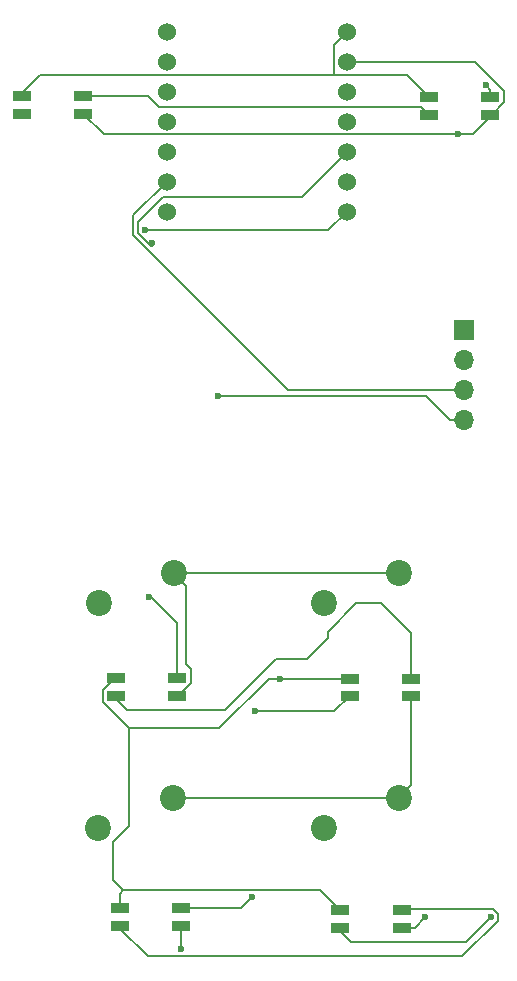
<source format=gbr>
%TF.GenerationSoftware,KiCad,Pcbnew,9.0.3*%
%TF.CreationDate,2026-01-29T20:12:37-03:00*%
%TF.ProjectId,hackpad,6861636b-7061-4642-9e6b-696361645f70,rev?*%
%TF.SameCoordinates,Original*%
%TF.FileFunction,Copper,L2,Bot*%
%TF.FilePolarity,Positive*%
%FSLAX46Y46*%
G04 Gerber Fmt 4.6, Leading zero omitted, Abs format (unit mm)*
G04 Created by KiCad (PCBNEW 9.0.3) date 2026-01-29 20:12:37*
%MOMM*%
%LPD*%
G01*
G04 APERTURE LIST*
G04 Aperture macros list*
%AMRoundRect*
0 Rectangle with rounded corners*
0 $1 Rounding radius*
0 $2 $3 $4 $5 $6 $7 $8 $9 X,Y pos of 4 corners*
0 Add a 4 corners polygon primitive as box body*
4,1,4,$2,$3,$4,$5,$6,$7,$8,$9,$2,$3,0*
0 Add four circle primitives for the rounded corners*
1,1,$1+$1,$2,$3*
1,1,$1+$1,$4,$5*
1,1,$1+$1,$6,$7*
1,1,$1+$1,$8,$9*
0 Add four rect primitives between the rounded corners*
20,1,$1+$1,$2,$3,$4,$5,0*
20,1,$1+$1,$4,$5,$6,$7,0*
20,1,$1+$1,$6,$7,$8,$9,0*
20,1,$1+$1,$8,$9,$2,$3,0*%
G04 Aperture macros list end*
%TA.AperFunction,ComponentPad*%
%ADD10R,1.700000X1.700000*%
%TD*%
%TA.AperFunction,ComponentPad*%
%ADD11O,1.700000X1.700000*%
%TD*%
%TA.AperFunction,SMDPad,CuDef*%
%ADD12RoundRect,0.082000X-0.718000X0.328000X-0.718000X-0.328000X0.718000X-0.328000X0.718000X0.328000X0*%
%TD*%
%TA.AperFunction,ComponentPad*%
%ADD13C,2.200000*%
%TD*%
%TA.AperFunction,ComponentPad*%
%ADD14C,1.524000*%
%TD*%
%TA.AperFunction,ViaPad*%
%ADD15C,0.600000*%
%TD*%
%TA.AperFunction,Conductor*%
%ADD16C,0.200000*%
%TD*%
G04 APERTURE END LIST*
D10*
%TO.P,J1,1,Pin_1*%
%TO.N,GND*%
X169490000Y-79305000D03*
D11*
%TO.P,J1,2,Pin_2*%
%TO.N,3V3*%
X169490000Y-81845000D03*
%TO.P,J1,3,Pin_3*%
%TO.N,I2C_SCL*%
X169490000Y-84385000D03*
%TO.P,J1,4,Pin_4*%
%TO.N,I2C_SDA*%
X169490000Y-86925000D03*
%TD*%
D12*
%TO.P,D1,1,VDD*%
%TO.N,+5V*%
X140050001Y-108747158D03*
%TO.P,D1,2,DOUT*%
%TO.N,Net-(D1-DOUT)*%
X140050001Y-110247158D03*
%TO.P,D1,3,VSS*%
%TO.N,GND*%
X145250001Y-110247158D03*
%TO.P,D1,4,DIN*%
%TO.N,Net-(D1-DIN)*%
X145250001Y-108747158D03*
%TD*%
D13*
%TO.P,SW4,1,1*%
%TO.N,GND*%
X163975000Y-118885000D03*
%TO.P,SW4,2,2*%
%TO.N,Net-(U1-GPIO3{slash}MOSI)*%
X157625000Y-121425000D03*
%TD*%
D12*
%TO.P,D2,1,VDD*%
%TO.N,+5V*%
X159837501Y-108799958D03*
%TO.P,D2,2,DOUT*%
%TO.N,Net-(D2-DOUT)*%
X159837501Y-110299958D03*
%TO.P,D2,3,VSS*%
%TO.N,GND*%
X165037501Y-110299958D03*
%TO.P,D2,4,DIN*%
%TO.N,Net-(D1-DOUT)*%
X165037501Y-108799958D03*
%TD*%
%TO.P,D6,1,VDD*%
%TO.N,+5V*%
X132075001Y-59474958D03*
%TO.P,D6,2,DOUT*%
%TO.N,unconnected-(D6-DOUT-Pad2)*%
X132075001Y-60974958D03*
%TO.P,D6,3,VSS*%
%TO.N,GND*%
X137275001Y-60974958D03*
%TO.P,D6,4,DIN*%
%TO.N,Net-(D5-DOUT)*%
X137275001Y-59474958D03*
%TD*%
%TO.P,D4,1,VDD*%
%TO.N,+5V*%
X159037501Y-128399958D03*
%TO.P,D4,2,DOUT*%
%TO.N,Net-(D4-DOUT)*%
X159037501Y-129899958D03*
%TO.P,D4,3,VSS*%
%TO.N,GND*%
X164237501Y-129899958D03*
%TO.P,D4,4,DIN*%
%TO.N,Net-(D3-DOUT)*%
X164237501Y-128399958D03*
%TD*%
D13*
%TO.P,SW1,1,1*%
%TO.N,GND*%
X144925000Y-99885000D03*
%TO.P,SW1,2,2*%
%TO.N,Net-(U1-GPIO1{slash}RX)*%
X138575000Y-102425000D03*
%TD*%
D12*
%TO.P,D5,1,VDD*%
%TO.N,+5V*%
X166550001Y-59549958D03*
%TO.P,D5,2,DOUT*%
%TO.N,Net-(D5-DOUT)*%
X166550001Y-61049958D03*
%TO.P,D5,3,VSS*%
%TO.N,GND*%
X171750001Y-61049958D03*
%TO.P,D5,4,DIN*%
%TO.N,Net-(D4-DOUT)*%
X171750001Y-59549958D03*
%TD*%
D13*
%TO.P,SW3,1,1*%
%TO.N,GND*%
X144910000Y-118915000D03*
%TO.P,SW3,2,2*%
%TO.N,Net-(U1-GPIO4{slash}MISO)*%
X138560000Y-121455000D03*
%TD*%
%TO.P,SW2,1,1*%
%TO.N,GND*%
X163975000Y-99885000D03*
%TO.P,SW2,2,2*%
%TO.N,Net-(U1-GPIO2{slash}SCK)*%
X157625000Y-102425000D03*
%TD*%
D12*
%TO.P,D3,1,VDD*%
%TO.N,+5V*%
X140387501Y-128247158D03*
%TO.P,D3,2,DOUT*%
%TO.N,Net-(D3-DOUT)*%
X140387501Y-129747158D03*
%TO.P,D3,3,VSS*%
%TO.N,GND*%
X145587501Y-129747158D03*
%TO.P,D3,4,DIN*%
%TO.N,Net-(D2-DOUT)*%
X145587501Y-128247158D03*
%TD*%
D14*
%TO.P,U1,1,GPIO26/ADC0/A0*%
%TO.N,unconnected-(U1-GPIO26{slash}ADC0{slash}A0-Pad1)*%
X144330000Y-54048500D03*
%TO.P,U1,2,GPIO27/ADC1/A1*%
%TO.N,unconnected-(U1-GPIO27{slash}ADC1{slash}A1-Pad2)_1*%
X144330000Y-56588500D03*
%TO.P,U1,3,GPIO28/ADC2/A2*%
%TO.N,unconnected-(U1-GPIO28{slash}ADC2{slash}A2-Pad3)_1*%
X144330000Y-59128500D03*
%TO.P,U1,4,GPIO29/ADC3/A3*%
%TO.N,unconnected-(U1-GPIO29{slash}ADC3{slash}A3-Pad4)_1*%
X144330000Y-61668500D03*
%TO.P,U1,5,GPIO6/SDA*%
%TO.N,I2C_SDA*%
X144330000Y-64208500D03*
%TO.P,U1,6,GPIO7/SCL*%
%TO.N,I2C_SCL*%
X144330000Y-66748500D03*
%TO.P,U1,7,GPIO0/TX*%
%TO.N,Net-(D1-DIN)*%
X144330000Y-69288500D03*
%TO.P,U1,8,GPIO1/RX*%
%TO.N,Net-(U1-GPIO1{slash}RX)*%
X159570000Y-69288500D03*
%TO.P,U1,9,GPIO2/SCK*%
%TO.N,Net-(U1-GPIO2{slash}SCK)*%
X159570000Y-66748500D03*
%TO.P,U1,10,GPIO4/MISO*%
%TO.N,Net-(U1-GPIO4{slash}MISO)*%
X159570000Y-64208500D03*
%TO.P,U1,11,GPIO3/MOSI*%
%TO.N,Net-(U1-GPIO3{slash}MOSI)*%
X159570000Y-61668500D03*
%TO.P,U1,12,3V3*%
%TO.N,3V3*%
X159570000Y-59128500D03*
%TO.P,U1,13,GND*%
%TO.N,GND*%
X159570000Y-56588500D03*
%TO.P,U1,14,VBUS*%
%TO.N,+5V*%
X159570000Y-54048500D03*
%TD*%
D15*
%TO.N,Net-(U1-GPIO4{slash}MISO)*%
X143094800Y-71940400D03*
%TO.N,Net-(U1-GPIO1{slash}RX)*%
X142499500Y-70835200D03*
%TO.N,I2C_SDA*%
X148659000Y-84859700D03*
%TO.N,Net-(D4-DOUT)*%
X171349300Y-58527000D03*
X171788600Y-128994200D03*
%TO.N,Net-(D2-DOUT)*%
X151550200Y-127318100D03*
X151796900Y-111587200D03*
%TO.N,Net-(D1-DIN)*%
X142876600Y-101878700D03*
%TO.N,+5V*%
X153907100Y-108800000D03*
%TO.N,GND*%
X168996600Y-62736100D03*
X145538000Y-131721000D03*
X166244800Y-128994200D03*
%TD*%
D16*
%TO.N,Net-(U1-GPIO4{slash}MISO)*%
X143094800Y-72145400D02*
X143094800Y-71940400D01*
X143063900Y-72176300D02*
X143094800Y-72145400D01*
X142973500Y-72176300D02*
X143063900Y-72176300D01*
X141888700Y-71091500D02*
X142973500Y-72176300D01*
X141888700Y-70188300D02*
X141888700Y-71091500D01*
X144058500Y-68018500D02*
X141888700Y-70188300D01*
X155760000Y-68018500D02*
X144058500Y-68018500D01*
X159570000Y-64208500D02*
X155760000Y-68018500D01*
%TO.N,Net-(U1-GPIO1{slash}RX)*%
X158023300Y-70835200D02*
X159570000Y-69288500D01*
X142499500Y-70835200D02*
X158023300Y-70835200D01*
%TO.N,I2C_SCL*%
X154614200Y-84385000D02*
X169490000Y-84385000D01*
X141487000Y-71257800D02*
X154614200Y-84385000D01*
X141487000Y-69591500D02*
X141487000Y-71257800D01*
X144330000Y-66748500D02*
X141487000Y-69591500D01*
%TO.N,I2C_SDA*%
X166273000Y-84859700D02*
X168338300Y-86925000D01*
X148659000Y-84859700D02*
X166273000Y-84859700D01*
X169490000Y-86925000D02*
X168338300Y-86925000D01*
%TO.N,Net-(D5-DOUT)*%
X142744500Y-59475000D02*
X137275000Y-59475000D01*
X143668000Y-60398500D02*
X142744500Y-59475000D01*
X165898500Y-60398500D02*
X143668000Y-60398500D01*
X166550000Y-61050000D02*
X165898500Y-60398500D01*
%TO.N,Net-(D4-DOUT)*%
X171750000Y-58927700D02*
X171349300Y-58527000D01*
X171750000Y-59550000D02*
X171750000Y-58927700D01*
X159037500Y-130194800D02*
X159037500Y-129900000D01*
X159953300Y-131110600D02*
X159037500Y-130194800D01*
X169672200Y-131110600D02*
X159953300Y-131110600D01*
X171788600Y-128994200D02*
X169672200Y-131110600D01*
%TO.N,Net-(D3-DOUT)*%
X140387500Y-129993600D02*
X140387500Y-129747200D01*
X142722700Y-132328800D02*
X140387500Y-129993600D01*
X169371000Y-132328800D02*
X142722700Y-132328800D01*
X172401200Y-129298600D02*
X169371000Y-132328800D01*
X172401200Y-128746700D02*
X172401200Y-129298600D01*
X171986400Y-128331900D02*
X172401200Y-128746700D01*
X164305600Y-128331900D02*
X171986400Y-128331900D01*
X164237500Y-128400000D02*
X164305600Y-128331900D01*
%TO.N,Net-(D2-DOUT)*%
X150621100Y-128247200D02*
X145587500Y-128247200D01*
X151550200Y-127318100D02*
X150621100Y-128247200D01*
X158550300Y-111587200D02*
X159837500Y-110300000D01*
X151796900Y-111587200D02*
X158550300Y-111587200D01*
%TO.N,Net-(D1-DIN)*%
X142990600Y-101878700D02*
X142876600Y-101878700D01*
X145250000Y-104138100D02*
X142990600Y-101878700D01*
X145250000Y-108747200D02*
X145250000Y-104138100D01*
%TO.N,+5V*%
X153907100Y-108800000D02*
X159837500Y-108800000D01*
X133602300Y-57710400D02*
X158495100Y-57710400D01*
X132075000Y-59237700D02*
X133602300Y-57710400D01*
X132075000Y-59475000D02*
X132075000Y-59237700D01*
X158495100Y-55123400D02*
X158495100Y-57710400D01*
X159570000Y-54048500D02*
X158495100Y-55123400D01*
X164710400Y-57710400D02*
X166550000Y-59550000D01*
X158495100Y-57710400D02*
X164710400Y-57710400D01*
X157353900Y-126716400D02*
X140684200Y-126716400D01*
X159037500Y-128400000D02*
X157353900Y-126716400D01*
X140387500Y-127013100D02*
X140387500Y-128247200D01*
X140684200Y-126716400D02*
X140387500Y-127013100D01*
X153006400Y-108800000D02*
X153907100Y-108800000D01*
X148804200Y-113002200D02*
X153006400Y-108800000D01*
X141171600Y-113002200D02*
X148804200Y-113002200D01*
X141171600Y-121268000D02*
X141171600Y-113002200D01*
X139787900Y-122651700D02*
X141171600Y-121268000D01*
X139787900Y-125820100D02*
X139787900Y-122651700D01*
X140684200Y-126716400D02*
X139787900Y-125820100D01*
X138944100Y-110774700D02*
X141171600Y-113002200D01*
X138944100Y-109764000D02*
X138944100Y-110774700D01*
X139960900Y-108747200D02*
X138944100Y-109764000D01*
X140050000Y-108747200D02*
X139960900Y-108747200D01*
%TO.N,Net-(D1-DOUT)*%
X140050000Y-110496400D02*
X140050000Y-110247200D01*
X140987300Y-111433700D02*
X140050000Y-110496400D01*
X141223500Y-111433700D02*
X140987300Y-111433700D01*
X141226500Y-111436700D02*
X141223500Y-111433700D01*
X149322300Y-111436700D02*
X141226500Y-111436700D01*
X153614200Y-107144800D02*
X149322300Y-111436700D01*
X156223700Y-107144800D02*
X153614200Y-107144800D01*
X157970300Y-105398200D02*
X156223700Y-107144800D01*
X157970300Y-104818000D02*
X157970300Y-105398200D01*
X160381500Y-102406800D02*
X157970300Y-104818000D01*
X162486900Y-102406800D02*
X160381500Y-102406800D01*
X165037500Y-104957400D02*
X162486900Y-102406800D01*
X165037500Y-108800000D02*
X165037500Y-104957400D01*
%TO.N,GND*%
X144925000Y-99885000D02*
X163975000Y-99885000D01*
X146014300Y-100974300D02*
X144925000Y-99885000D01*
X146014300Y-107604800D02*
X146014300Y-100974300D01*
X146383200Y-107973700D02*
X146014300Y-107604800D01*
X146383200Y-109203100D02*
X146383200Y-107973700D01*
X145339100Y-110247200D02*
X146383200Y-109203100D01*
X145250000Y-110247200D02*
X145339100Y-110247200D01*
X170436900Y-56588500D02*
X159570000Y-56588500D01*
X172906000Y-59057600D02*
X170436900Y-56588500D01*
X172906000Y-59994500D02*
X172906000Y-59057600D01*
X171850500Y-61050000D02*
X172906000Y-59994500D01*
X171750000Y-61050000D02*
X171850500Y-61050000D01*
X165037500Y-117822500D02*
X165037500Y-110300000D01*
X163975000Y-118885000D02*
X165037500Y-117822500D01*
X139036100Y-62736100D02*
X137275000Y-60975000D01*
X168996600Y-62736100D02*
X139036100Y-62736100D01*
X170303700Y-62736100D02*
X168996600Y-62736100D01*
X171750000Y-61289800D02*
X170303700Y-62736100D01*
X171750000Y-61050000D02*
X171750000Y-61289800D01*
X144940000Y-118885000D02*
X163975000Y-118885000D01*
X144910000Y-118915000D02*
X144940000Y-118885000D01*
X165339000Y-129900000D02*
X164237500Y-129900000D01*
X166244800Y-128994200D02*
X165339000Y-129900000D01*
X145587500Y-131671500D02*
X145538000Y-131721000D01*
X145587500Y-129747200D02*
X145587500Y-131671500D01*
%TD*%
M02*

</source>
